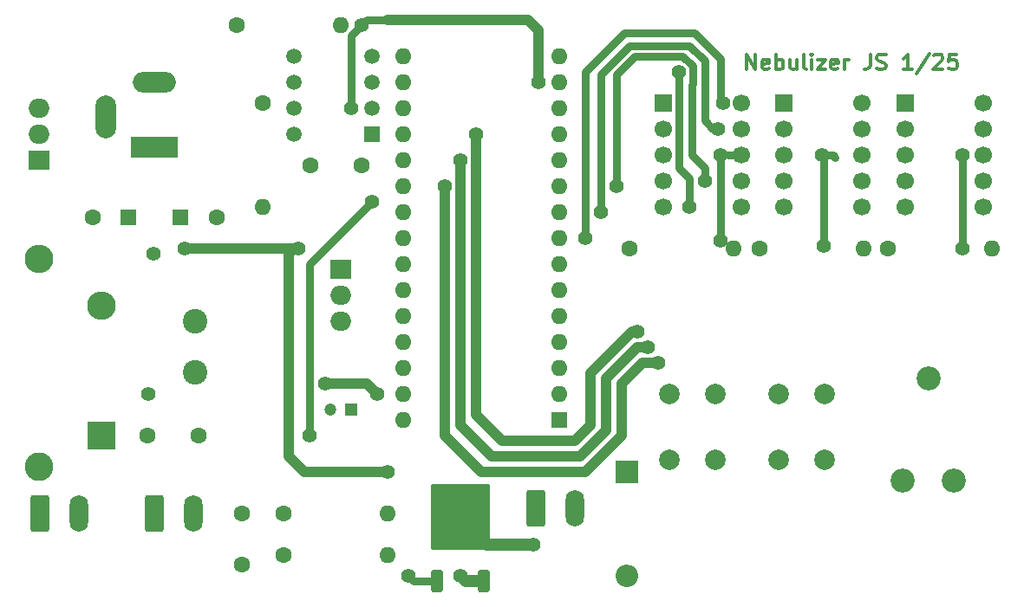
<source format=gbr>
%TF.GenerationSoftware,KiCad,Pcbnew,8.0.8*%
%TF.CreationDate,2025-05-16T08:04:54+02:00*%
%TF.ProjectId,nebulizer,6e656275-6c69-47a6-9572-2e6b69636164,rev?*%
%TF.SameCoordinates,Original*%
%TF.FileFunction,Copper,L1,Top*%
%TF.FilePolarity,Positive*%
%FSLAX46Y46*%
G04 Gerber Fmt 4.6, Leading zero omitted, Abs format (unit mm)*
G04 Created by KiCad (PCBNEW 8.0.8) date 2025-05-16 08:04:54*
%MOMM*%
%LPD*%
G01*
G04 APERTURE LIST*
G04 Aperture macros list*
%AMRoundRect*
0 Rectangle with rounded corners*
0 $1 Rounding radius*
0 $2 $3 $4 $5 $6 $7 $8 $9 X,Y pos of 4 corners*
0 Add a 4 corners polygon primitive as box body*
4,1,4,$2,$3,$4,$5,$6,$7,$8,$9,$2,$3,0*
0 Add four circle primitives for the rounded corners*
1,1,$1+$1,$2,$3*
1,1,$1+$1,$4,$5*
1,1,$1+$1,$6,$7*
1,1,$1+$1,$8,$9*
0 Add four rect primitives between the rounded corners*
20,1,$1+$1,$2,$3,$4,$5,0*
20,1,$1+$1,$4,$5,$6,$7,0*
20,1,$1+$1,$6,$7,$8,$9,0*
20,1,$1+$1,$8,$9,$2,$3,0*%
G04 Aperture macros list end*
%ADD10C,0.300000*%
%TA.AperFunction,NonConductor*%
%ADD11C,0.300000*%
%TD*%
%TA.AperFunction,ComponentPad*%
%ADD12C,2.340000*%
%TD*%
%TA.AperFunction,ComponentPad*%
%ADD13RoundRect,0.250000X-0.650000X-1.550000X0.650000X-1.550000X0.650000X1.550000X-0.650000X1.550000X0*%
%TD*%
%TA.AperFunction,ComponentPad*%
%ADD14O,1.800000X3.600000*%
%TD*%
%TA.AperFunction,ComponentPad*%
%ADD15C,1.600000*%
%TD*%
%TA.AperFunction,ComponentPad*%
%ADD16O,1.600000X1.600000*%
%TD*%
%TA.AperFunction,ComponentPad*%
%ADD17R,1.700000X1.700000*%
%TD*%
%TA.AperFunction,ComponentPad*%
%ADD18C,1.700000*%
%TD*%
%TA.AperFunction,ComponentPad*%
%ADD19R,2.000000X1.905000*%
%TD*%
%TA.AperFunction,ComponentPad*%
%ADD20O,2.000000X1.905000*%
%TD*%
%TA.AperFunction,ComponentPad*%
%ADD21R,1.600000X1.600000*%
%TD*%
%TA.AperFunction,ComponentPad*%
%ADD22R,2.200000X2.200000*%
%TD*%
%TA.AperFunction,ComponentPad*%
%ADD23O,2.200000X2.200000*%
%TD*%
%TA.AperFunction,ComponentPad*%
%ADD24C,2.800000*%
%TD*%
%TA.AperFunction,ComponentPad*%
%ADD25O,2.800000X2.800000*%
%TD*%
%TA.AperFunction,ComponentPad*%
%ADD26R,4.600000X2.000000*%
%TD*%
%TA.AperFunction,ComponentPad*%
%ADD27O,4.200000X2.000000*%
%TD*%
%TA.AperFunction,ComponentPad*%
%ADD28O,2.000000X4.200000*%
%TD*%
%TA.AperFunction,SMDPad,CuDef*%
%ADD29RoundRect,0.250000X0.350000X-0.850000X0.350000X0.850000X-0.350000X0.850000X-0.350000X-0.850000X0*%
%TD*%
%TA.AperFunction,SMDPad,CuDef*%
%ADD30RoundRect,0.250000X1.125000X-1.275000X1.125000X1.275000X-1.125000X1.275000X-1.125000X-1.275000X0*%
%TD*%
%TA.AperFunction,SMDPad,CuDef*%
%ADD31RoundRect,0.249997X2.650003X-2.950003X2.650003X2.950003X-2.650003X2.950003X-2.650003X-2.950003X0*%
%TD*%
%TA.AperFunction,ComponentPad*%
%ADD32R,1.200000X1.200000*%
%TD*%
%TA.AperFunction,ComponentPad*%
%ADD33C,1.200000*%
%TD*%
%TA.AperFunction,ComponentPad*%
%ADD34R,1.498600X1.498600*%
%TD*%
%TA.AperFunction,ComponentPad*%
%ADD35C,1.498600*%
%TD*%
%TA.AperFunction,ComponentPad*%
%ADD36C,2.400000*%
%TD*%
%TA.AperFunction,ComponentPad*%
%ADD37C,2.000000*%
%TD*%
%TA.AperFunction,ComponentPad*%
%ADD38R,2.800000X2.800000*%
%TD*%
%TA.AperFunction,ViaPad*%
%ADD39C,1.400000*%
%TD*%
%TA.AperFunction,Conductor*%
%ADD40C,0.800000*%
%TD*%
%TA.AperFunction,Conductor*%
%ADD41C,1.200000*%
%TD*%
%TA.AperFunction,Conductor*%
%ADD42C,1.000000*%
%TD*%
G04 APERTURE END LIST*
D10*
D11*
X105710510Y-28756828D02*
X105710510Y-27256828D01*
X105710510Y-27256828D02*
X106567653Y-28756828D01*
X106567653Y-28756828D02*
X106567653Y-27256828D01*
X107853368Y-28685400D02*
X107710511Y-28756828D01*
X107710511Y-28756828D02*
X107424797Y-28756828D01*
X107424797Y-28756828D02*
X107281939Y-28685400D01*
X107281939Y-28685400D02*
X107210511Y-28542542D01*
X107210511Y-28542542D02*
X107210511Y-27971114D01*
X107210511Y-27971114D02*
X107281939Y-27828257D01*
X107281939Y-27828257D02*
X107424797Y-27756828D01*
X107424797Y-27756828D02*
X107710511Y-27756828D01*
X107710511Y-27756828D02*
X107853368Y-27828257D01*
X107853368Y-27828257D02*
X107924797Y-27971114D01*
X107924797Y-27971114D02*
X107924797Y-28113971D01*
X107924797Y-28113971D02*
X107210511Y-28256828D01*
X108567653Y-28756828D02*
X108567653Y-27256828D01*
X108567653Y-27828257D02*
X108710511Y-27756828D01*
X108710511Y-27756828D02*
X108996225Y-27756828D01*
X108996225Y-27756828D02*
X109139082Y-27828257D01*
X109139082Y-27828257D02*
X109210511Y-27899685D01*
X109210511Y-27899685D02*
X109281939Y-28042542D01*
X109281939Y-28042542D02*
X109281939Y-28471114D01*
X109281939Y-28471114D02*
X109210511Y-28613971D01*
X109210511Y-28613971D02*
X109139082Y-28685400D01*
X109139082Y-28685400D02*
X108996225Y-28756828D01*
X108996225Y-28756828D02*
X108710511Y-28756828D01*
X108710511Y-28756828D02*
X108567653Y-28685400D01*
X110567654Y-27756828D02*
X110567654Y-28756828D01*
X109924796Y-27756828D02*
X109924796Y-28542542D01*
X109924796Y-28542542D02*
X109996225Y-28685400D01*
X109996225Y-28685400D02*
X110139082Y-28756828D01*
X110139082Y-28756828D02*
X110353368Y-28756828D01*
X110353368Y-28756828D02*
X110496225Y-28685400D01*
X110496225Y-28685400D02*
X110567654Y-28613971D01*
X111496225Y-28756828D02*
X111353368Y-28685400D01*
X111353368Y-28685400D02*
X111281939Y-28542542D01*
X111281939Y-28542542D02*
X111281939Y-27256828D01*
X112067653Y-28756828D02*
X112067653Y-27756828D01*
X112067653Y-27256828D02*
X111996225Y-27328257D01*
X111996225Y-27328257D02*
X112067653Y-27399685D01*
X112067653Y-27399685D02*
X112139082Y-27328257D01*
X112139082Y-27328257D02*
X112067653Y-27256828D01*
X112067653Y-27256828D02*
X112067653Y-27399685D01*
X112639082Y-27756828D02*
X113424797Y-27756828D01*
X113424797Y-27756828D02*
X112639082Y-28756828D01*
X112639082Y-28756828D02*
X113424797Y-28756828D01*
X114567654Y-28685400D02*
X114424797Y-28756828D01*
X114424797Y-28756828D02*
X114139083Y-28756828D01*
X114139083Y-28756828D02*
X113996225Y-28685400D01*
X113996225Y-28685400D02*
X113924797Y-28542542D01*
X113924797Y-28542542D02*
X113924797Y-27971114D01*
X113924797Y-27971114D02*
X113996225Y-27828257D01*
X113996225Y-27828257D02*
X114139083Y-27756828D01*
X114139083Y-27756828D02*
X114424797Y-27756828D01*
X114424797Y-27756828D02*
X114567654Y-27828257D01*
X114567654Y-27828257D02*
X114639083Y-27971114D01*
X114639083Y-27971114D02*
X114639083Y-28113971D01*
X114639083Y-28113971D02*
X113924797Y-28256828D01*
X115281939Y-28756828D02*
X115281939Y-27756828D01*
X115281939Y-28042542D02*
X115353368Y-27899685D01*
X115353368Y-27899685D02*
X115424797Y-27828257D01*
X115424797Y-27828257D02*
X115567654Y-27756828D01*
X115567654Y-27756828D02*
X115710511Y-27756828D01*
X117781939Y-27256828D02*
X117781939Y-28328257D01*
X117781939Y-28328257D02*
X117710510Y-28542542D01*
X117710510Y-28542542D02*
X117567653Y-28685400D01*
X117567653Y-28685400D02*
X117353367Y-28756828D01*
X117353367Y-28756828D02*
X117210510Y-28756828D01*
X118424796Y-28685400D02*
X118639082Y-28756828D01*
X118639082Y-28756828D02*
X118996224Y-28756828D01*
X118996224Y-28756828D02*
X119139082Y-28685400D01*
X119139082Y-28685400D02*
X119210510Y-28613971D01*
X119210510Y-28613971D02*
X119281939Y-28471114D01*
X119281939Y-28471114D02*
X119281939Y-28328257D01*
X119281939Y-28328257D02*
X119210510Y-28185400D01*
X119210510Y-28185400D02*
X119139082Y-28113971D01*
X119139082Y-28113971D02*
X118996224Y-28042542D01*
X118996224Y-28042542D02*
X118710510Y-27971114D01*
X118710510Y-27971114D02*
X118567653Y-27899685D01*
X118567653Y-27899685D02*
X118496224Y-27828257D01*
X118496224Y-27828257D02*
X118424796Y-27685400D01*
X118424796Y-27685400D02*
X118424796Y-27542542D01*
X118424796Y-27542542D02*
X118496224Y-27399685D01*
X118496224Y-27399685D02*
X118567653Y-27328257D01*
X118567653Y-27328257D02*
X118710510Y-27256828D01*
X118710510Y-27256828D02*
X119067653Y-27256828D01*
X119067653Y-27256828D02*
X119281939Y-27328257D01*
X121853367Y-28756828D02*
X120996224Y-28756828D01*
X121424795Y-28756828D02*
X121424795Y-27256828D01*
X121424795Y-27256828D02*
X121281938Y-27471114D01*
X121281938Y-27471114D02*
X121139081Y-27613971D01*
X121139081Y-27613971D02*
X120996224Y-27685400D01*
X123567652Y-27185400D02*
X122281938Y-29113971D01*
X123996224Y-27399685D02*
X124067652Y-27328257D01*
X124067652Y-27328257D02*
X124210510Y-27256828D01*
X124210510Y-27256828D02*
X124567652Y-27256828D01*
X124567652Y-27256828D02*
X124710510Y-27328257D01*
X124710510Y-27328257D02*
X124781938Y-27399685D01*
X124781938Y-27399685D02*
X124853367Y-27542542D01*
X124853367Y-27542542D02*
X124853367Y-27685400D01*
X124853367Y-27685400D02*
X124781938Y-27899685D01*
X124781938Y-27899685D02*
X123924795Y-28756828D01*
X123924795Y-28756828D02*
X124853367Y-28756828D01*
X126210509Y-27256828D02*
X125496223Y-27256828D01*
X125496223Y-27256828D02*
X125424795Y-27971114D01*
X125424795Y-27971114D02*
X125496223Y-27899685D01*
X125496223Y-27899685D02*
X125639081Y-27828257D01*
X125639081Y-27828257D02*
X125996223Y-27828257D01*
X125996223Y-27828257D02*
X126139081Y-27899685D01*
X126139081Y-27899685D02*
X126210509Y-27971114D01*
X126210509Y-27971114D02*
X126281938Y-28113971D01*
X126281938Y-28113971D02*
X126281938Y-28471114D01*
X126281938Y-28471114D02*
X126210509Y-28613971D01*
X126210509Y-28613971D02*
X126139081Y-28685400D01*
X126139081Y-28685400D02*
X125996223Y-28756828D01*
X125996223Y-28756828D02*
X125639081Y-28756828D01*
X125639081Y-28756828D02*
X125496223Y-28685400D01*
X125496223Y-28685400D02*
X125424795Y-28613971D01*
D12*
%TO.P,RV1,1,1*%
%TO.N,+5V*%
X125944000Y-68928000D03*
%TO.P,RV1,2,2*%
%TO.N,Net-(A1-A0)*%
X123444000Y-58928000D03*
%TO.P,RV1,3,3*%
%TO.N,GND*%
X120944000Y-68928000D03*
%TD*%
D13*
%TO.P,J1,1,Pin_1*%
%TO.N,GND*%
X36724000Y-72186000D03*
D14*
%TO.P,J1,2,Pin_2*%
%TO.N,Net-(J1-Pin_2)*%
X40534000Y-72186000D03*
%TD*%
D15*
%TO.P,R2,1*%
%TO.N,DIG_2*%
X107000000Y-46230000D03*
D16*
%TO.P,R2,2*%
%TO.N,Net-(R2-Pad2)*%
X117160000Y-46230000D03*
%TD*%
D17*
%TO.P,U1,1,G*%
%TO.N,SEG_G*%
X97536000Y-32070000D03*
D18*
%TO.P,U1,2,F*%
%TO.N,SEG_F*%
X97536000Y-34610000D03*
%TO.P,U1,3,CC*%
%TO.N,Net-(R3-Pad2)*%
X97536000Y-37150000D03*
%TO.P,U1,4,E*%
%TO.N,SEG_E*%
X97536000Y-39690000D03*
%TO.P,U1,5,D*%
%TO.N,SEG_D*%
X97536000Y-42230000D03*
%TO.P,U1,6,DP*%
%TO.N,SEG_DP*%
X105156000Y-42230000D03*
%TO.P,U1,7,C*%
%TO.N,SEG_C*%
X105156000Y-39690000D03*
%TO.P,U1,8,CC*%
%TO.N,Net-(R3-Pad2)*%
X105156000Y-37150000D03*
%TO.P,U1,9,B*%
%TO.N,SEG_B*%
X105156000Y-34610000D03*
%TO.P,U1,10,A*%
%TO.N,SEG_A*%
X105156000Y-32070000D03*
%TD*%
D13*
%TO.P,J2,1,Pin_1*%
%TO.N,GND*%
X47894000Y-72186000D03*
D14*
%TO.P,J2,2,Pin_2*%
%TO.N,Net-(J1-Pin_2)*%
X51704000Y-72186000D03*
%TD*%
D15*
%TO.P,C1,1*%
%TO.N,Net-(D1-A1)*%
X47218000Y-64566000D03*
%TO.P,C1,2*%
%TO.N,Net-(J1-Pin_2)*%
X52218000Y-64566000D03*
%TD*%
D19*
%TO.P,U5,1,IN*%
%TO.N,+12V*%
X66040000Y-48260000D03*
D20*
%TO.P,U5,2,GND*%
%TO.N,GND*%
X66040000Y-50800000D03*
%TO.P,U5,3,OUT*%
%TO.N,+5V*%
X66040000Y-53340000D03*
%TD*%
D15*
%TO.P,R6,1*%
%TO.N,Pumpe*%
X60451000Y-76214000D03*
D16*
%TO.P,R6,2*%
%TO.N,Net-(Q2-G)*%
X70611000Y-76214000D03*
%TD*%
D21*
%TO.P,C3,1*%
%TO.N,+12V*%
X45354000Y-43180000D03*
D15*
%TO.P,C3,2*%
%TO.N,GND*%
X41854000Y-43180000D03*
%TD*%
D22*
%TO.P,D2,1,K*%
%TO.N,+12V*%
X93980000Y-68072000D03*
D23*
%TO.P,D2,2,A*%
%TO.N,Net-(D2-A)*%
X93980000Y-78232000D03*
%TD*%
D15*
%TO.P,R8,1*%
%TO.N,GND*%
X55880000Y-24384000D03*
D16*
%TO.P,R8,2*%
%TO.N,Net-(A1-D11)*%
X66040000Y-24384000D03*
%TD*%
D21*
%TO.P,A1,1,D1/TX*%
%TO.N,unconnected-(A1-D1{slash}TX-Pad1)*%
X87376000Y-62992000D03*
D16*
%TO.P,A1,2,D0/RX*%
%TO.N,unconnected-(A1-D0{slash}RX-Pad2)*%
X87376000Y-60452000D03*
%TO.P,A1,3,~{RESET}*%
%TO.N,unconnected-(A1-~{RESET}-Pad3)*%
X87376000Y-57912000D03*
%TO.P,A1,4,GND*%
%TO.N,GND*%
X87376000Y-55372000D03*
%TO.P,A1,5,D2*%
%TO.N,DIG_1*%
X87376000Y-52832000D03*
%TO.P,A1,6,D3*%
%TO.N,DIG_2*%
X87376000Y-50292000D03*
%TO.P,A1,7,D4*%
%TO.N,DIG_3*%
X87376000Y-47752000D03*
%TO.P,A1,8,D5*%
%TO.N,SEG_A*%
X87376000Y-45212000D03*
%TO.P,A1,9,D6*%
%TO.N,SEG_B*%
X87376000Y-42672000D03*
%TO.P,A1,10,D7*%
%TO.N,SEG_C*%
X87376000Y-40132000D03*
%TO.P,A1,11,D8*%
%TO.N,SEG_D*%
X87376000Y-37592000D03*
%TO.P,A1,12,D9*%
%TO.N,SEG_E*%
X87376000Y-35052000D03*
%TO.P,A1,13,D10*%
%TO.N,SEG_F*%
X87376000Y-32512000D03*
%TO.P,A1,14,D11*%
%TO.N,Net-(A1-D11)*%
X87376000Y-29972000D03*
%TO.P,A1,15,D12*%
%TO.N,SEG_G*%
X87376000Y-27432000D03*
%TO.P,A1,16,D13*%
%TO.N,SEG_DP*%
X72136000Y-27432000D03*
%TO.P,A1,17,3V3*%
%TO.N,unconnected-(A1-3V3-Pad17)*%
X72136000Y-29972000D03*
%TO.P,A1,18,AREF*%
%TO.N,unconnected-(A1-AREF-Pad18)*%
X72136000Y-32512000D03*
%TO.P,A1,19,A0*%
%TO.N,Net-(A1-A0)*%
X72136000Y-35052000D03*
%TO.P,A1,20,A1*%
%TO.N,Net-(A1-A1)*%
X72136000Y-37592000D03*
%TO.P,A1,21,A2*%
%TO.N,Net-(A1-A2)*%
X72136000Y-40132000D03*
%TO.P,A1,22,A3*%
%TO.N,Pumpe*%
X72136000Y-42672000D03*
%TO.P,A1,23,A4*%
%TO.N,unconnected-(A1-A4-Pad23)*%
X72136000Y-45212000D03*
%TO.P,A1,24,A5*%
%TO.N,unconnected-(A1-A5-Pad24)*%
X72136000Y-47752000D03*
%TO.P,A1,25,A6*%
%TO.N,unconnected-(A1-A6-Pad25)*%
X72136000Y-50292000D03*
%TO.P,A1,26,A7*%
%TO.N,unconnected-(A1-A7-Pad26)*%
X72136000Y-52832000D03*
%TO.P,A1,27,+5V*%
%TO.N,+5V*%
X72136000Y-55372000D03*
%TO.P,A1,28,~{RESET}*%
%TO.N,unconnected-(A1-~{RESET}-Pad28)*%
X72136000Y-57912000D03*
%TO.P,A1,29,GND*%
%TO.N,GND*%
X72136000Y-60452000D03*
%TO.P,A1,30,VIN*%
%TO.N,unconnected-(A1-VIN-Pad30)*%
X72136000Y-62992000D03*
%TD*%
D24*
%TO.P,R5,1*%
%TO.N,Net-(D1-A1)*%
X36576000Y-67564000D03*
D25*
%TO.P,R5,2*%
%TO.N,Net-(Q1-D)*%
X36576000Y-47244000D03*
%TD*%
D26*
%TO.P,J4,1*%
%TO.N,+12V*%
X47894000Y-36322000D03*
D27*
%TO.P,J4,2*%
%TO.N,GND*%
X47894000Y-30022000D03*
D28*
%TO.P,J4,3*%
%TO.N,unconnected-(J4-Pad3)*%
X43094000Y-33422000D03*
%TD*%
D17*
%TO.P,U3,1,G*%
%TO.N,SEG_G*%
X121146000Y-32070000D03*
D18*
%TO.P,U3,2,F*%
%TO.N,SEG_F*%
X121146000Y-34610000D03*
%TO.P,U3,3,CC*%
%TO.N,Net-(R1-Pad2)*%
X121146000Y-37150000D03*
%TO.P,U3,4,E*%
%TO.N,SEG_E*%
X121146000Y-39690000D03*
%TO.P,U3,5,D*%
%TO.N,SEG_D*%
X121146000Y-42230000D03*
%TO.P,U3,6,DP*%
%TO.N,SEG_DP*%
X128766000Y-42230000D03*
%TO.P,U3,7,C*%
%TO.N,SEG_C*%
X128766000Y-39690000D03*
%TO.P,U3,8,CC*%
%TO.N,Net-(R1-Pad2)*%
X128766000Y-37150000D03*
%TO.P,U3,9,B*%
%TO.N,SEG_B*%
X128766000Y-34610000D03*
%TO.P,U3,10,A*%
%TO.N,SEG_A*%
X128766000Y-32070000D03*
%TD*%
D29*
%TO.P,Q2,1,G*%
%TO.N,Net-(Q2-G)*%
X75443000Y-78793000D03*
D30*
%TO.P,Q2,2,D*%
%TO.N,Net-(D2-A)*%
X76198000Y-74168000D03*
X79248000Y-74168000D03*
D31*
X77723000Y-72493000D03*
D30*
X76198000Y-70818000D03*
X79248000Y-70818000D03*
D29*
%TO.P,Q2,3,S*%
%TO.N,GND*%
X80003000Y-78793000D03*
%TD*%
D32*
%TO.P,C5,1*%
%TO.N,+5V*%
X67056000Y-61976000D03*
D33*
%TO.P,C5,2*%
%TO.N,GND*%
X65056000Y-61976000D03*
%TD*%
D15*
%TO.P,C4,1*%
%TO.N,GND*%
X63072000Y-38100000D03*
%TO.P,C4,2*%
%TO.N,+12V*%
X68072000Y-38100000D03*
%TD*%
D19*
%TO.P,Q1,1,G*%
%TO.N,Net-(Q1-G)*%
X36576000Y-37592000D03*
D20*
%TO.P,Q1,2,D*%
%TO.N,Net-(Q1-D)*%
X36576000Y-35052000D03*
%TO.P,Q1,3,S*%
%TO.N,GND*%
X36576000Y-32512000D03*
%TD*%
D15*
%TO.P,C2,1*%
%TO.N,GND*%
X56388000Y-77136000D03*
%TO.P,C2,2*%
%TO.N,Net-(J1-Pin_2)*%
X56388000Y-72136000D03*
%TD*%
D34*
%TO.P,U4,1,VDD_2*%
%TO.N,+12V*%
X69088000Y-35052000D03*
D35*
%TO.P,U4,2,INPUT*%
%TO.N,Net-(A1-D11)*%
X69088000Y-32512000D03*
%TO.P,U4,3,NC*%
%TO.N,unconnected-(U4-NC-Pad3)*%
X69088000Y-29972000D03*
%TO.P,U4,4,GND_2*%
%TO.N,GND*%
X69088000Y-27432000D03*
%TO.P,U4,5,GND*%
X61468000Y-27432000D03*
%TO.P,U4,6,~OUT_2*%
%TO.N,Net-(U4-~OUT)*%
X61468000Y-29972000D03*
%TO.P,U4,7,~OUT*%
X61468000Y-32512000D03*
%TO.P,U4,8,VDD*%
%TO.N,+12V*%
X61468000Y-35052000D03*
%TD*%
D36*
%TO.P,L1,1,1*%
%TO.N,+12V*%
X51816000Y-53380000D03*
%TO.P,L1,2,2*%
%TO.N,Net-(D1-A1)*%
X51816000Y-58380000D03*
%TD*%
D21*
%TO.P,C6,1*%
%TO.N,+12V*%
X50434000Y-43230000D03*
D15*
%TO.P,C6,2*%
%TO.N,GND*%
X53934000Y-43230000D03*
%TD*%
%TO.P,R3,1*%
%TO.N,DIG_3*%
X94300000Y-46230000D03*
D16*
%TO.P,R3,2*%
%TO.N,Net-(R3-Pad2)*%
X104460000Y-46230000D03*
%TD*%
D37*
%TO.P,SW1,1,1*%
%TO.N,GND*%
X108784000Y-66952000D03*
X108784000Y-60452000D03*
%TO.P,SW1,2,2*%
%TO.N,Net-(A1-A1)*%
X113284000Y-66952000D03*
X113284000Y-60452000D03*
%TD*%
D17*
%TO.P,U2,1,G*%
%TO.N,SEG_G*%
X109341000Y-32070000D03*
D18*
%TO.P,U2,2,F*%
%TO.N,SEG_F*%
X109341000Y-34610000D03*
%TO.P,U2,3,CC*%
%TO.N,Net-(R2-Pad2)*%
X109341000Y-37150000D03*
%TO.P,U2,4,E*%
%TO.N,SEG_E*%
X109341000Y-39690000D03*
%TO.P,U2,5,D*%
%TO.N,SEG_D*%
X109341000Y-42230000D03*
%TO.P,U2,6,DP*%
%TO.N,SEG_DP*%
X116961000Y-42230000D03*
%TO.P,U2,7,C*%
%TO.N,SEG_C*%
X116961000Y-39690000D03*
%TO.P,U2,8,CC*%
%TO.N,Net-(R2-Pad2)*%
X116961000Y-37150000D03*
%TO.P,U2,9,B*%
%TO.N,SEG_B*%
X116961000Y-34610000D03*
%TO.P,U2,10,A*%
%TO.N,SEG_A*%
X116961000Y-32070000D03*
%TD*%
D13*
%TO.P,J3,1,Pin_1*%
%TO.N,Net-(D2-A)*%
X85088000Y-71628000D03*
D14*
%TO.P,J3,2,Pin_2*%
%TO.N,+12V*%
X88898000Y-71628000D03*
%TD*%
D38*
%TO.P,D1,1,A1*%
%TO.N,Net-(D1-A1)*%
X42672000Y-64516000D03*
D25*
%TO.P,D1,2,A2*%
%TO.N,GND*%
X42672000Y-51816000D03*
%TD*%
D37*
%TO.P,SW2,1,1*%
%TO.N,GND*%
X98116000Y-66952000D03*
X98116000Y-60452000D03*
%TO.P,SW2,2,2*%
%TO.N,Net-(A1-A2)*%
X102616000Y-66952000D03*
X102616000Y-60452000D03*
%TD*%
D15*
%TO.P,R4,1*%
%TO.N,Net-(U4-~OUT)*%
X58420000Y-32004000D03*
D16*
%TO.P,R4,2*%
%TO.N,Net-(Q1-G)*%
X58420000Y-42164000D03*
%TD*%
D15*
%TO.P,R1,1*%
%TO.N,DIG_1*%
X119500000Y-46230000D03*
D16*
%TO.P,R1,2*%
%TO.N,Net-(R1-Pad2)*%
X129660000Y-46230000D03*
%TD*%
D15*
%TO.P,R7,1*%
%TO.N,Pumpe*%
X60451000Y-72136000D03*
D16*
%TO.P,R7,2*%
%TO.N,GND*%
X70611000Y-72136000D03*
%TD*%
D39*
%TO.N,SEG_A*%
X89916000Y-45212000D03*
X103444000Y-32070000D03*
%TO.N,GND*%
X64516000Y-59436000D03*
X69596000Y-60452000D03*
X77723000Y-78232000D03*
%TO.N,SEG_B*%
X91440000Y-42672000D03*
X102936000Y-34544000D03*
%TO.N,SEG_DP*%
X99126000Y-28956000D03*
X100142000Y-42164000D03*
%TO.N,SEG_C*%
X101666000Y-39624000D03*
X92964000Y-40132000D03*
%TO.N,Net-(R1-Pad2)*%
X126812000Y-37084000D03*
X126812000Y-46228000D03*
%TO.N,Net-(R2-Pad2)*%
X113260000Y-45974000D03*
X113096000Y-37150000D03*
%TO.N,Net-(R3-Pad2)*%
X103190000Y-37150000D03*
X103190000Y-45466000D03*
%TO.N,Net-(A1-A0)*%
X94996000Y-54356000D03*
X79248000Y-35052000D03*
%TO.N,Net-(A1-A1)*%
X77724000Y-37592000D03*
X96012000Y-55880000D03*
%TO.N,Pumpe*%
X69088000Y-41656000D03*
X62992000Y-64516000D03*
%TO.N,Net-(A1-D11)*%
X69088000Y-32512000D03*
X68072000Y-24384000D03*
X67056000Y-32512000D03*
X85344000Y-29972000D03*
%TO.N,+12V*%
X47752000Y-46736000D03*
X61952000Y-46228000D03*
X50800000Y-46228000D03*
X70612000Y-68072000D03*
%TO.N,Net-(D2-A)*%
X84835000Y-75184000D03*
%TO.N,Net-(Q2-G)*%
X72643000Y-78232000D03*
%TO.N,Net-(A1-A2)*%
X97028000Y-57404000D03*
X76200000Y-40132000D03*
%TO.N,Net-(D1-A1)*%
X47244000Y-60452000D03*
%TD*%
D40*
%TO.N,SEG_A*%
X100650000Y-25146000D02*
X103190000Y-27686000D01*
X103190000Y-31816000D02*
X103444000Y-32070000D01*
X89916000Y-29022000D02*
X93792000Y-25146000D01*
X93792000Y-25146000D02*
X100650000Y-25146000D01*
X103190000Y-27686000D02*
X103190000Y-31816000D01*
X89916000Y-45212000D02*
X89916000Y-29022000D01*
D41*
%TO.N,GND*%
X80003000Y-78793000D02*
X78284000Y-78793000D01*
X78284000Y-78793000D02*
X77723000Y-78232000D01*
D42*
X68580000Y-59436000D02*
X64516000Y-59436000D01*
X69596000Y-60452000D02*
X68580000Y-59436000D01*
D40*
%TO.N,SEG_B*%
X91440000Y-29276000D02*
X91440000Y-42164000D01*
X102428000Y-34544000D02*
X102936000Y-34544000D01*
X101636000Y-33752000D02*
X102428000Y-34544000D01*
X94300000Y-26416000D02*
X100142000Y-26416000D01*
X94300000Y-26416000D02*
X91440000Y-29276000D01*
X91440000Y-42164000D02*
X91440000Y-42672000D01*
X100142000Y-26416000D02*
X101636000Y-27910000D01*
X101636000Y-27910000D02*
X101636000Y-33752000D01*
%TO.N,SEG_DP*%
X99126000Y-38354000D02*
X99126000Y-28956000D01*
X100142000Y-42164000D02*
X100142000Y-39370000D01*
X100142000Y-39370000D02*
X99126000Y-38354000D01*
%TO.N,SEG_C*%
X92964000Y-29276000D02*
X92964000Y-40132000D01*
X100396000Y-30226000D02*
X100396000Y-37084000D01*
X94808000Y-27432000D02*
X92964000Y-29276000D01*
X100396000Y-37084000D02*
X101666000Y-38354000D01*
X99440478Y-27432000D02*
X100426000Y-28417522D01*
X100426000Y-28417522D02*
X100426000Y-30196000D01*
X94808000Y-27432000D02*
X99440478Y-27432000D01*
X101666000Y-38354000D02*
X101666000Y-39624000D01*
X100426000Y-30196000D02*
X100396000Y-30226000D01*
%TO.N,Net-(R1-Pad2)*%
X126812000Y-46228000D02*
X126812000Y-37084000D01*
%TO.N,Net-(R2-Pad2)*%
X114192065Y-37150000D02*
X113096000Y-37150000D01*
X113260000Y-45974000D02*
X113260000Y-37323935D01*
X114366000Y-37323935D02*
X114192065Y-37150000D01*
%TO.N,Net-(R3-Pad2)*%
X103190000Y-45466000D02*
X103190000Y-37150000D01*
X103886000Y-37150000D02*
X105156000Y-37150000D01*
D42*
%TO.N,Net-(A1-A0)*%
X88900000Y-65024000D02*
X81788000Y-65024000D01*
X81788000Y-65024000D02*
X79248000Y-62484000D01*
X90424000Y-58420000D02*
X90424000Y-63500000D01*
X94488000Y-54356000D02*
X90424000Y-58420000D01*
X94996000Y-54356000D02*
X94488000Y-54356000D01*
X79248000Y-62484000D02*
X79248000Y-35052000D01*
X90424000Y-63500000D02*
X88900000Y-65024000D01*
%TO.N,Net-(A1-A1)*%
X94996000Y-55880000D02*
X91948000Y-58928000D01*
X91948000Y-58928000D02*
X91948000Y-64008000D01*
X91948000Y-64008000D02*
X89408000Y-66548000D01*
X96012000Y-55880000D02*
X94996000Y-55880000D01*
X89408000Y-66548000D02*
X80772000Y-66548000D01*
X80772000Y-66548000D02*
X77724000Y-63500000D01*
X77724000Y-63500000D02*
X77724000Y-37592000D01*
D40*
%TO.N,Pumpe*%
X62992000Y-47752000D02*
X62992000Y-64516000D01*
X69088000Y-41656000D02*
X62992000Y-47752000D01*
%TO.N,Net-(A1-D11)*%
X67056000Y-32512000D02*
X67056000Y-25400000D01*
D42*
X85344000Y-24892000D02*
X84328000Y-23876000D01*
D40*
X67056000Y-25400000D02*
X68072000Y-24384000D01*
D42*
X84328000Y-23876000D02*
X70612000Y-23876000D01*
D40*
X68580000Y-23876000D02*
X70612000Y-23876000D01*
X68072000Y-24384000D02*
X68580000Y-23876000D01*
D42*
X85344000Y-29972000D02*
X85344000Y-24892000D01*
%TO.N,+12V*%
X61952000Y-46228000D02*
X61468000Y-46228000D01*
X62484000Y-68072000D02*
X70612000Y-68072000D01*
X60960000Y-46736000D02*
X60960000Y-66548000D01*
X61468000Y-46228000D02*
X60960000Y-46736000D01*
X61468000Y-46228000D02*
X50800000Y-46228000D01*
X60960000Y-66548000D02*
X62484000Y-68072000D01*
D41*
%TO.N,Net-(D2-A)*%
X84835000Y-75184000D02*
X80264000Y-75184000D01*
X80264000Y-75184000D02*
X79248000Y-74168000D01*
D40*
%TO.N,Net-(Q2-G)*%
X75443000Y-78793000D02*
X73204000Y-78793000D01*
X73204000Y-78793000D02*
X72643000Y-78232000D01*
D42*
%TO.N,Net-(A1-A2)*%
X93472000Y-59436000D02*
X93472000Y-64516000D01*
X76200000Y-64516000D02*
X76200000Y-40132000D01*
X97028000Y-57404000D02*
X95504000Y-57404000D01*
X93472000Y-64516000D02*
X89916000Y-68072000D01*
X89916000Y-68072000D02*
X79756000Y-68072000D01*
X79756000Y-68072000D02*
X76200000Y-64516000D01*
X95504000Y-57404000D02*
X93472000Y-59436000D01*
D41*
%TO.N,Net-(D1-A1)*%
X52042000Y-58606000D02*
X51816000Y-58380000D01*
%TD*%
M02*

</source>
